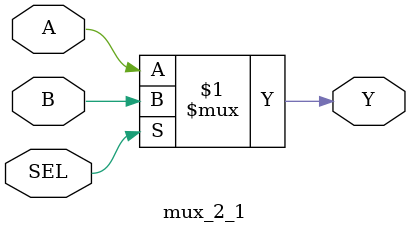
<source format=v>
module mux_2_1(
    input A,
    input B,
    input SEL,
    output Y
);

    assign Y = SEL ? B : A;

endmodule
</source>
